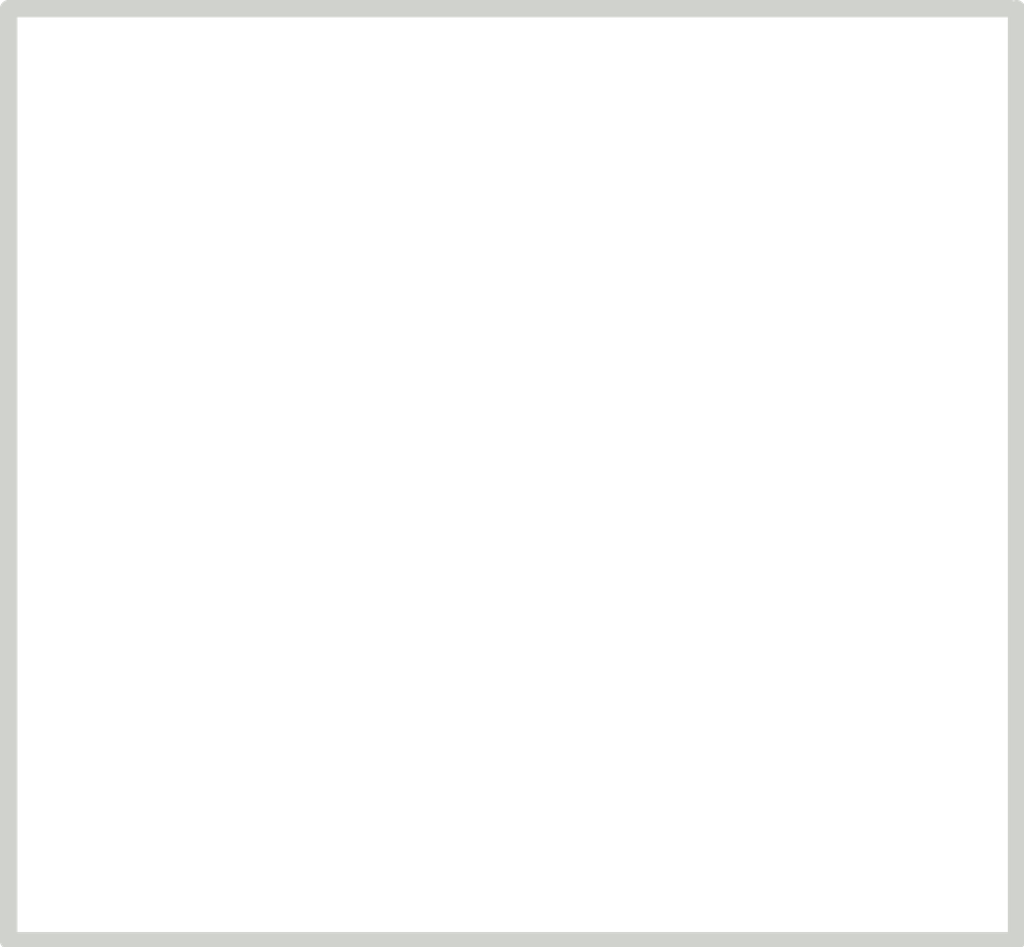
<source format=kicad_pcb>
(kicad_pcb (version 20171130) (host pcbnew "(5.1.6-0-10_14)")

  (general
    (thickness 1)
    (drawings 4)
    (tracks 0)
    (zones 0)
    (modules 26)
    (nets 1)
  )

  (page A4)
  (title_block
    (company "Universidade Federal de Minas Gerais")
    (comment 2 "Márcio Flávio Dutra Moraes")
    (comment 3 "Leonardo de Oliveira Guarnieri")
    (comment 4 "Flávio Afonso Gonçalves Mourão")
  )

  (layers
    (0 F.Cu signal)
    (31 B.Cu signal)
    (32 B.Adhes user)
    (33 F.Adhes user)
    (34 B.Paste user)
    (35 F.Paste user)
    (36 B.SilkS user)
    (37 F.SilkS user)
    (38 B.Mask user)
    (39 F.Mask user)
    (40 Dwgs.User user)
    (41 Cmts.User user)
    (42 Eco1.User user)
    (43 Eco2.User user)
    (44 Edge.Cuts user)
    (45 Margin user)
    (46 B.CrtYd user)
    (47 F.CrtYd user)
    (48 B.Fab user)
    (49 F.Fab user)
  )

  (setup
    (last_trace_width 0.25)
    (trace_clearance 0.2)
    (zone_clearance 0.508)
    (zone_45_only no)
    (trace_min 0.2)
    (via_size 0.6)
    (via_drill 0.4)
    (via_min_size 0.4)
    (via_min_drill 0.3)
    (uvia_size 0.3)
    (uvia_drill 0.1)
    (uvias_allowed no)
    (uvia_min_size 0.2)
    (uvia_min_drill 0.1)
    (edge_width 0.15)
    (segment_width 0.2)
    (pcb_text_width 0.3)
    (pcb_text_size 1.5 1.5)
    (mod_edge_width 0.15)
    (mod_text_size 1 1)
    (mod_text_width 0.15)
    (pad_size 0.3 0.3)
    (pad_drill 0.3)
    (pad_to_mask_clearance 0.2)
    (aux_axis_origin 0 0)
    (visible_elements FFFFFF7F)
    (pcbplotparams
      (layerselection 0x00030_80000001)
      (usegerberextensions false)
      (usegerberattributes true)
      (usegerberadvancedattributes true)
      (creategerberjobfile true)
      (excludeedgelayer true)
      (linewidth 0.150000)
      (plotframeref false)
      (viasonmask false)
      (mode 1)
      (useauxorigin false)
      (hpglpennumber 1)
      (hpglpenspeed 20)
      (hpglpendiameter 15.000000)
      (psnegative false)
      (psa4output false)
      (plotreference true)
      (plotvalue true)
      (plotinvisibletext false)
      (padsonsilk false)
      (subtractmaskfromsilk false)
      (outputformat 1)
      (mirror false)
      (drillshape 1)
      (scaleselection 1)
      (outputdirectory ""))
  )

  (net 0 "")

  (net_class Default "This is the default net class."
    (clearance 0.2)
    (trace_width 0.25)
    (via_dia 0.6)
    (via_drill 0.4)
    (uvia_dia 0.3)
    (uvia_drill 0.1)
  )

  (module NNClib:1pad (layer F.Cu) (tedit 5B3BF036) (tstamp 5B4302F9)
    (at 119.8 92.5)
    (descr "module 1 pin (ou trou mecanique de percage)")
    (tags DEV)
    (fp_text reference REF** (at 0 -3.048) (layer F.SilkS) hide
      (effects (font (size 1 1) (thickness 0.15)))
    )
    (fp_text value 1pin (at 0 2.794) (layer F.Fab) hide
      (effects (font (size 1 1) (thickness 0.15)))
    )
    (pad 1 np_thru_hole circle (at 0 0) (size 0.3 0.3) (drill 0.3) (layers *.Cu *.Mask))
  )

  (module NNClib:1pad (layer F.Cu) (tedit 5B5B68B3) (tstamp 5B4302F0)
    (at 125.25 92.5)
    (descr "module 1 pin (ou trou mecanique de percage)")
    (tags DEV)
    (fp_text reference REF** (at 0 -3.048) (layer F.SilkS) hide
      (effects (font (size 1 1) (thickness 0.15)))
    )
    (fp_text value 1pin (at 0 2.794) (layer F.Fab) hide
      (effects (font (size 1 1) (thickness 0.15)))
    )
    (pad "" np_thru_hole circle (at 0 0) (size 0.3 0.3) (drill 0.3) (layers *.Cu *.Mask))
  )

  (module NNClib:1pad (layer F.Cu) (tedit 5B3BF02C) (tstamp 5B4302B9)
    (at 121 96.3)
    (descr "module 1 pin (ou trou mecanique de percage)")
    (tags DEV)
    (fp_text reference REF** (at 0 -3.048) (layer F.SilkS) hide
      (effects (font (size 1 1) (thickness 0.15)))
    )
    (fp_text value 1pin (at 0 2.794) (layer F.Fab) hide
      (effects (font (size 1 1) (thickness 0.15)))
    )
    (pad 1 np_thru_hole circle (at 0 0) (size 0.3 0.3) (drill 0.3) (layers *.Cu *.Mask))
  )

  (module NNClib:1pad (layer F.Cu) (tedit 5B3BF036) (tstamp 5B4302B5)
    (at 122.9 95.2)
    (descr "module 1 pin (ou trou mecanique de percage)")
    (tags DEV)
    (fp_text reference REF** (at 0 -3.048) (layer F.SilkS) hide
      (effects (font (size 1 1) (thickness 0.15)))
    )
    (fp_text value 1pin (at 0 2.794) (layer F.Fab) hide
      (effects (font (size 1 1) (thickness 0.15)))
    )
    (pad 1 np_thru_hole circle (at 0 0) (size 0.3 0.3) (drill 0.3) (layers *.Cu *.Mask))
  )

  (module NNClib:1pad (layer F.Cu) (tedit 5B3BEFC3) (tstamp 5B4302A9)
    (at 125.2 96.4)
    (descr "module 1 pin (ou trou mecanique de percage)")
    (tags DEV)
    (fp_text reference REF** (at 0 -3.048) (layer F.SilkS) hide
      (effects (font (size 1 1) (thickness 0.15)))
    )
    (fp_text value 1pin (at 0 2.794) (layer F.Fab) hide
      (effects (font (size 1 1) (thickness 0.15)))
    )
    (pad 1 np_thru_hole circle (at 0 0) (size 0.3 0.3) (drill 0.3) (layers *.Cu *.Mask))
  )

  (module NNClib:1pad (layer F.Cu) (tedit 5B3BEFC3) (tstamp 5B4302A5)
    (at 124 96.3)
    (descr "module 1 pin (ou trou mecanique de percage)")
    (tags DEV)
    (fp_text reference REF** (at 0 -3.048) (layer F.SilkS) hide
      (effects (font (size 1 1) (thickness 0.15)))
    )
    (fp_text value 1pin (at 0 2.794) (layer F.Fab) hide
      (effects (font (size 1 1) (thickness 0.15)))
    )
    (pad 1 np_thru_hole circle (at 0 0) (size 0.3 0.3) (drill 0.3) (layers *.Cu *.Mask))
  )

  (module NNClib:1pad (layer F.Cu) (tedit 5B3BEFD3) (tstamp 5B4302A1)
    (at 124.8 96.6)
    (descr "module 1 pin (ou trou mecanique de percage)")
    (tags DEV)
    (fp_text reference REF** (at 0 -3.048) (layer F.SilkS) hide
      (effects (font (size 1 1) (thickness 0.15)))
    )
    (fp_text value 1pin (at 0 2.794) (layer F.Fab) hide
      (effects (font (size 1 1) (thickness 0.15)))
    )
    (pad 1 np_thru_hole circle (at 0 0) (size 0.3 0.3) (drill 0.3) (layers *.Cu *.Mask))
  )

  (module NNClib:1pad (layer F.Cu) (tedit 5B3BEFDA) (tstamp 5B43029D)
    (at 119.1 96.6)
    (descr "module 1 pin (ou trou mecanique de percage)")
    (tags DEV)
    (fp_text reference REF** (at 0 -3.048) (layer F.SilkS) hide
      (effects (font (size 1 1) (thickness 0.15)))
    )
    (fp_text value 1pin (at 0 2.794) (layer F.Fab) hide
      (effects (font (size 1 1) (thickness 0.15)))
    )
    (pad 1 np_thru_hole circle (at 0 0) (size 0.3 0.3) (drill 0.3) (layers *.Cu *.Mask))
  )

  (module NNClib:1pad (layer F.Cu) (tedit 5B3BF02C) (tstamp 5B430295)
    (at 120.2 96.6)
    (descr "module 1 pin (ou trou mecanique de percage)")
    (tags DEV)
    (fp_text reference REF** (at 0 -3.048) (layer F.SilkS) hide
      (effects (font (size 1 1) (thickness 0.15)))
    )
    (fp_text value 1pin (at 0 2.794) (layer F.Fab) hide
      (effects (font (size 1 1) (thickness 0.15)))
    )
    (pad 1 np_thru_hole circle (at 0 0) (size 0.3 0.3) (drill 0.3) (layers *.Cu *.Mask))
  )

  (module NNClib:1pad (layer F.Cu) (tedit 5B3BEFD3) (tstamp 5B430285)
    (at 125.9 96.6)
    (descr "module 1 pin (ou trou mecanique de percage)")
    (tags DEV)
    (fp_text reference REF** (at 0 -3.048) (layer F.SilkS) hide
      (effects (font (size 1 1) (thickness 0.15)))
    )
    (fp_text value 1pin (at 0 2.794) (layer F.Fab) hide
      (effects (font (size 1 1) (thickness 0.15)))
    )
    (pad 1 np_thru_hole circle (at 0 0) (size 0.3 0.3) (drill 0.3) (layers *.Cu *.Mask))
  )

  (module NNClib:1pad (layer F.Cu) (tedit 5B3BEFC3) (tstamp 5B430281)
    (at 119.8 96.4)
    (descr "module 1 pin (ou trou mecanique de percage)")
    (tags DEV)
    (fp_text reference REF** (at 0 -3.048) (layer F.SilkS) hide
      (effects (font (size 1 1) (thickness 0.15)))
    )
    (fp_text value 1pin (at 0 2.794) (layer F.Fab) hide
      (effects (font (size 1 1) (thickness 0.15)))
    )
    (pad 1 np_thru_hole circle (at 0 0) (size 0.3 0.3) (drill 0.3) (layers *.Cu *.Mask))
  )

  (module NNClib:1pad (layer F.Cu) (tedit 5B3BEFC3) (tstamp 5B43023F)
    (at 122.1 95.2)
    (descr "module 1 pin (ou trou mecanique de percage)")
    (tags DEV)
    (fp_text reference REF** (at 0 -3.048) (layer F.SilkS) hide
      (effects (font (size 1 1) (thickness 0.15)))
    )
    (fp_text value 1pin (at 0 2.794) (layer F.Fab) hide
      (effects (font (size 1 1) (thickness 0.15)))
    )
    (pad 1 np_thru_hole circle (at 0 0) (size 0.3 0.3) (drill 0.3) (layers *.Cu *.Mask))
  )

  (module NNClib:1pad (layer F.Cu) (tedit 5B3BEFD3) (tstamp 5B43023B)
    (at 120.1 94.7)
    (descr "module 1 pin (ou trou mecanique de percage)")
    (tags DEV)
    (fp_text reference REF** (at 0 -3.048) (layer F.SilkS) hide
      (effects (font (size 1 1) (thickness 0.15)))
    )
    (fp_text value 1pin (at 0 2.794) (layer F.Fab) hide
      (effects (font (size 1 1) (thickness 0.15)))
    )
    (pad 1 np_thru_hole circle (at 0 0) (size 0.3 0.3) (drill 0.3) (layers *.Cu *.Mask))
  )

  (module NNClib:1pad (layer F.Cu) (tedit 5B3BEFDA) (tstamp 5B430237)
    (at 125.3 94.95)
    (descr "module 1 pin (ou trou mecanique de percage)")
    (tags DEV)
    (fp_text reference REF** (at 0 -3.048) (layer F.SilkS) hide
      (effects (font (size 1 1) (thickness 0.15)))
    )
    (fp_text value 1pin (at 0 2.794) (layer F.Fab) hide
      (effects (font (size 1 1) (thickness 0.15)))
    )
    (pad 1 np_thru_hole circle (at 0 0) (size 0.3 0.3) (drill 0.3) (layers *.Cu *.Mask))
  )

  (module NNClib:1pad (layer F.Cu) (tedit 5B3BF036) (tstamp 5B430233)
    (at 122.85 91.95)
    (descr "module 1 pin (ou trou mecanique de percage)")
    (tags DEV)
    (fp_text reference REF** (at 0 -3.048) (layer F.SilkS) hide
      (effects (font (size 1 1) (thickness 0.15)))
    )
    (fp_text value 1pin (at 0 2.794) (layer F.Fab) hide
      (effects (font (size 1 1) (thickness 0.15)))
    )
    (pad 1 np_thru_hole circle (at 0 0) (size 0.3 0.3) (drill 0.3) (layers *.Cu *.Mask))
  )

  (module NNClib:1pad (layer F.Cu) (tedit 5B5B67EA) (tstamp 5B43022F)
    (at 124.9 94.7)
    (descr "module 1 pin (ou trou mecanique de percage)")
    (tags DEV)
    (fp_text reference REF** (at 0 -3.048) (layer F.SilkS) hide
      (effects (font (size 1 1) (thickness 0.15)))
    )
    (fp_text value 1pin (at 0 2.794) (layer F.Fab) hide
      (effects (font (size 1 1) (thickness 0.15)))
    )
    (pad 1 np_thru_hole circle (at 0 0) (size 0.3 0.3) (drill 0.3) (layers *.Cu *.Mask))
  )

  (module NNClib:1pad (layer F.Cu) (tedit 5B3BF02C) (tstamp 5B43022B)
    (at 122 94.55)
    (descr "module 1 pin (ou trou mecanique de percage)")
    (tags DEV)
    (fp_text reference REF** (at 0 -3.048) (layer F.SilkS) hide
      (effects (font (size 1 1) (thickness 0.15)))
    )
    (fp_text value 1pin (at 0 2.794) (layer F.Fab) hide
      (effects (font (size 1 1) (thickness 0.15)))
    )
    (pad 1 np_thru_hole circle (at 0 0) (size 0.3 0.3) (drill 0.3) (layers *.Cu *.Mask))
  )

  (module NNClib:1pad (layer F.Cu) (tedit 5B3BF036) (tstamp 5B430227)
    (at 122.2 91.95)
    (descr "module 1 pin (ou trou mecanique de percage)")
    (tags DEV)
    (fp_text reference REF** (at 0 -3.048) (layer F.SilkS) hide
      (effects (font (size 1 1) (thickness 0.15)))
    )
    (fp_text value 1pin (at 0 2.794) (layer F.Fab) hide
      (effects (font (size 1 1) (thickness 0.15)))
    )
    (pad 1 np_thru_hole circle (at 0 0) (size 0.3 0.3) (drill 0.3) (layers *.Cu *.Mask))
  )

  (module NNClib:1pad (layer F.Cu) (tedit 5B3BEFDA) (tstamp 5B430223)
    (at 119.7 94.95)
    (descr "module 1 pin (ou trou mecanique de percage)")
    (tags DEV)
    (fp_text reference REF** (at 0 -3.048) (layer F.SilkS) hide
      (effects (font (size 1 1) (thickness 0.15)))
    )
    (fp_text value 1pin (at 0 2.794) (layer F.Fab) hide
      (effects (font (size 1 1) (thickness 0.15)))
    )
    (pad 1 np_thru_hole circle (at 0 0) (size 0.3 0.3) (drill 0.3) (layers *.Cu *.Mask))
  )

  (module NNClib:1pad (layer F.Cu) (tedit 5B3BEFD3) (tstamp 5B43021F)
    (at 123 94.55)
    (descr "module 1 pin (ou trou mecanique de percage)")
    (tags DEV)
    (fp_text reference REF** (at 0 -3.048) (layer F.SilkS) hide
      (effects (font (size 1 1) (thickness 0.15)))
    )
    (fp_text value 1pin (at 0 2.794) (layer F.Fab) hide
      (effects (font (size 1 1) (thickness 0.15)))
    )
    (pad 1 np_thru_hole circle (at 0 0) (size 0.3 0.3) (drill 0.3) (layers *.Cu *.Mask))
  )

  (module NNClib:1pad (layer F.Cu) (tedit 5B3BEFC3) (tstamp 5B43021B)
    (at 123.6 94.2)
    (descr "module 1 pin (ou trou mecanique de percage)")
    (tags DEV)
    (fp_text reference REF** (at 0 -3.048) (layer F.SilkS) hide
      (effects (font (size 1 1) (thickness 0.15)))
    )
    (fp_text value 1pin (at 0 2.794) (layer F.Fab) hide
      (effects (font (size 1 1) (thickness 0.15)))
    )
    (pad 1 np_thru_hole circle (at 0 0) (size 0.3 0.3) (drill 0.3) (layers *.Cu *.Mask))
  )

  (module NNClib:1pad (layer F.Cu) (tedit 5B3BEFC3) (tstamp 5B430166)
    (at 121.4 94.2)
    (descr "module 1 pin (ou trou mecanique de percage)")
    (tags DEV)
    (fp_text reference REF** (at 0 -3.048) (layer F.SilkS) hide
      (effects (font (size 1 1) (thickness 0.15)))
    )
    (fp_text value 1pin (at 0 2.794) (layer F.Fab) hide
      (effects (font (size 1 1) (thickness 0.15)))
    )
    (pad 1 np_thru_hole circle (at 0 0) (size 0.3 0.3) (drill 0.3) (layers *.Cu *.Mask))
  )

  (module NNClib:1pad (layer F.Cu) (tedit 5B3BEFD3) (tstamp 5B43015E)
    (at 122.75 91.4)
    (descr "module 1 pin (ou trou mecanique de percage)")
    (tags DEV)
    (fp_text reference REF** (at 0 -3.048) (layer F.SilkS) hide
      (effects (font (size 1 1) (thickness 0.15)))
    )
    (fp_text value 1pin (at 0 2.794) (layer F.Fab) hide
      (effects (font (size 1 1) (thickness 0.15)))
    )
    (pad 1 np_thru_hole circle (at 0 0) (size 0.3 0.3) (drill 0.3) (layers *.Cu *.Mask))
  )

  (module NNClib:1pad (layer F.Cu) (tedit 5B3BEFDA) (tstamp 5B43015A)
    (at 122.25 91.4)
    (descr "module 1 pin (ou trou mecanique de percage)")
    (tags DEV)
    (fp_text reference REF** (at 0 -3.048) (layer F.SilkS) hide
      (effects (font (size 1 1) (thickness 0.15)))
    )
    (fp_text value 1pin (at 0 2.794) (layer F.Fab) hide
      (effects (font (size 1 1) (thickness 0.15)))
    )
    (pad 1 np_thru_hole circle (at 0 0) (size 0.3 0.3) (drill 0.3) (layers *.Cu *.Mask))
  )

  (module NNClib:1pad (layer F.Cu) (tedit 5B3BF036) (tstamp 5B430156)
    (at 122.5 97.3)
    (descr "module 1 pin (ou trou mecanique de percage)")
    (tags DEV)
    (fp_text reference REF** (at 0 -3.048) (layer F.SilkS) hide
      (effects (font (size 1 1) (thickness 0.15)))
    )
    (fp_text value 1pin (at 0 2.794) (layer F.Fab) hide
      (effects (font (size 1 1) (thickness 0.15)))
    )
    (pad 1 np_thru_hole circle (at 0 0) (size 0.3 0.3) (drill 0.3) (layers *.Cu *.Mask))
  )

  (module NNClib:1pad (layer F.Cu) (tedit 5B3BF02C) (tstamp 5B430151)
    (at 122.5 93.5)
    (descr "module 1 pin (ou trou mecanique de percage)")
    (tags DEV)
    (fp_text reference REF** (at 0 -3.048) (layer F.SilkS) hide
      (effects (font (size 1 1) (thickness 0.15)))
    )
    (fp_text value 1pin (at 0 2.794) (layer F.Fab) hide
      (effects (font (size 1 1) (thickness 0.15)))
    )
    (pad 1 np_thru_hole circle (at 0 0) (size 0.3 0.3) (drill 0.3) (layers *.Cu *.Mask))
  )

  (gr_line (start 118.25 90.35) (end 126.9 90.35) (angle 90) (layer Edge.Cuts) (width 0.15))
  (gr_line (start 118.25 98.4) (end 118.25 90.35) (angle 90) (layer Edge.Cuts) (width 0.15))
  (gr_line (start 126.95 98.4) (end 118.25 98.4) (angle 90) (layer Edge.Cuts) (width 0.15))
  (gr_line (start 126.95 90.35) (end 126.95 98.4) (angle 90) (layer Edge.Cuts) (width 0.15))

)

</source>
